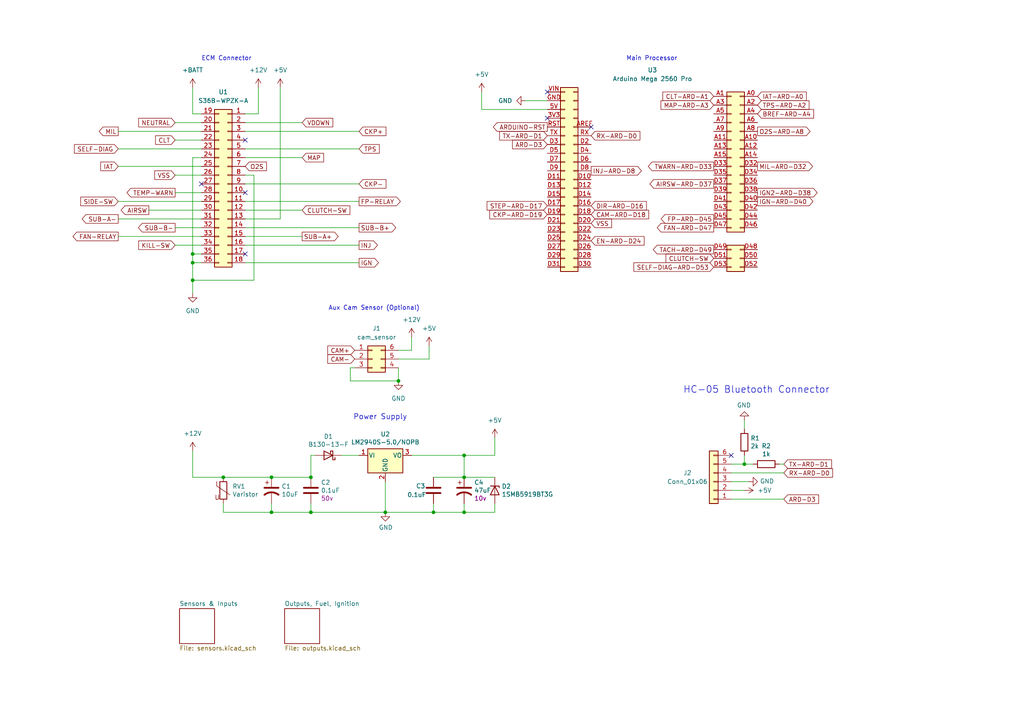
<source format=kicad_sch>
(kicad_sch (version 20211123) (generator eeschema)
  (paper "A4")
  (lib_symbols
    (symbol "Connector_Generic:Conn_01x06" (pin_names (offset 1.016) hide)
      (property "Reference" "J" (at 0 7.62 0))
      (property "Value" "Conn_01x06" (at 0 -10.16 0))
      (symbol "Conn_01x06_1_1"
        (rectangle (start -1.27 -7.493) (end 0 -7.747) (stroke (width 0.1524)))
        (rectangle (start -1.27 -4.953) (end 0 -5.207) (stroke (width 0.1524)))
        (rectangle (start -1.27 -2.413) (end 0 -2.667) (stroke (width 0.1524)))
        (rectangle (start -1.27 0.127) (end 0 -0.127) (stroke (width 0.1524)))
        (rectangle (start -1.27 2.667) (end 0 2.413) (stroke (width 0.1524)))
        (rectangle (start -1.27 5.207) (end 0 4.953) (stroke (width 0.1524)))
        (rectangle (start -1.27 6.35) (end 1.27 -8.89) (stroke (width 0.254)) (fill (type background)))
        (pin passive line (at -5.08 5.08 0) (length 3.81) (name "Pin_1") (number "1"))
        (pin passive line (at -5.08 2.54 0) (length 3.81) (name "Pin_2") (number "2"))
        (pin passive line (at -5.08 0 0) (length 3.81) (name "Pin_3") (number "3"))
        (pin passive line (at -5.08 -2.54 0) (length 3.81) (name "Pin_4") (number "4"))
        (pin passive line (at -5.08 -5.08 0) (length 3.81) (name "Pin_5") (number "5"))
        (pin passive line (at -5.08 -7.62 0) (length 3.81) (name "Pin_6") (number "6"))
      )
    )
    (symbol "Connector_Generic:Conn_02x03_Counter_Clockwise" (pin_names (offset 1.016) hide)
      (property "Reference" "J" (at 1.27 5.08 0))
      (property "Value" "Conn_02x03_Counter_Clockwise" (at 1.27 -5.08 0))
      (symbol "Conn_02x03_Counter_Clockwise_1_1"
        (rectangle (start -1.27 -2.413) (end 0 -2.667) (stroke (width 0.1524)))
        (rectangle (start -1.27 0.127) (end 0 -0.127) (stroke (width 0.1524)))
        (rectangle (start -1.27 2.667) (end 0 2.413) (stroke (width 0.1524)))
        (rectangle (start -1.27 3.81) (end 3.81 -3.81) (stroke (width 0.254)) (fill (type background)))
        (rectangle (start 3.81 -2.413) (end 2.54 -2.667) (stroke (width 0.1524)))
        (rectangle (start 3.81 0.127) (end 2.54 -0.127) (stroke (width 0.1524)))
        (rectangle (start 3.81 2.667) (end 2.54 2.413) (stroke (width 0.1524)))
        (pin passive line (at -5.08 2.54 0) (length 3.81) (name "Pin_1") (number "1"))
        (pin passive line (at -5.08 0 0) (length 3.81) (name "Pin_2") (number "2"))
        (pin passive line (at -5.08 -2.54 0) (length 3.81) (name "Pin_3") (number "3"))
        (pin passive line (at 7.62 -2.54 180) (length 3.81) (name "Pin_4") (number "4"))
        (pin passive line (at 7.62 0 180) (length 3.81) (name "Pin_5") (number "5"))
        (pin passive line (at 7.62 2.54 180) (length 3.81) (name "Pin_6") (number "6"))
      )
    )
    (symbol "Device:C" (pin_numbers hide) (pin_names (offset 0.254))
      (property "Reference" "C" (at 0.635 2.54 0))
      (property "Value" "C" (at 0.635 -2.54 0))
      (symbol "C_0_1"
        (polyline (pts (xy -2.032 -0.762) (xy 2.032 -0.762)) (stroke (width 0.508)))
        (polyline (pts (xy -2.032 0.762) (xy 2.032 0.762)) (stroke (width 0.508)))
      )
      (symbol "C_1_1"
        (pin passive line (at 0 3.81 270) (length 2.794) (name "~") (number "1"))
        (pin passive line (at 0 -3.81 90) (length 2.794) (name "~") (number "2"))
      )
    )
    (symbol "Device:CP1" (pin_numbers hide) (pin_names (offset 0.254) hide)
      (property "Reference" "C" (at 0.635 2.54 0))
      (property "Value" "Device_CP1" (at 0.635 -2.54 0))
      (symbol "CP1_0_1"
        (polyline (pts (xy -2.032 0.762) (xy 2.032 0.762)) (stroke (width 0.508)))
        (polyline (pts (xy -1.778 2.286) (xy -0.762 2.286)))
        (polyline (pts (xy -1.27 1.778) (xy -1.27 2.794)))
        (arc (start 2.032 -1.27) (mid 0 -0.5572) (end -2.032 -1.27) (stroke (width 0.508)))
      )
      (symbol "CP1_1_1"
        (pin passive line (at 0 3.81 270) (length 2.794) (name "~") (number "1"))
        (pin passive line (at 0 -3.81 90) (length 3.302) (name "~") (number "2"))
      )
    )
    (symbol "Device:D_Schottky" (pin_numbers hide) (pin_names (offset 1.016) hide)
      (property "Reference" "D" (at 0 2.54 0))
      (property "Value" "D_Schottky" (at 0 -2.54 0))
      (symbol "D_Schottky_0_1"
        (polyline (pts (xy 1.27 0) (xy -1.27 0)))
        (polyline (pts (xy 1.27 1.27) (xy 1.27 -1.27) (xy -1.27 0) (xy 1.27 1.27)) (stroke (width 0.254)))
        (polyline (pts (xy -1.905 0.635) (xy -1.905 1.27) (xy -1.27 1.27) (xy -1.27 -1.27) (xy -0.635 -1.27) (xy -0.635 -0.635)) (stroke (width 0.254)))
      )
      (symbol "D_Schottky_1_1"
        (pin passive line (at -3.81 0 0) (length 2.54) (name "K") (number "1"))
        (pin passive line (at 3.81 0 180) (length 2.54) (name "A") (number "2"))
      )
    )
    (symbol "Device:D_Zener" (pin_numbers hide) (pin_names (offset 1.016) hide)
      (property "Reference" "D" (at 0 2.54 0))
      (property "Value" "D_Zener" (at 0 -2.54 0))
      (symbol "D_Zener_0_1"
        (polyline (pts (xy 1.27 0) (xy -1.27 0)))
        (polyline (pts (xy -1.27 -1.27) (xy -1.27 1.27) (xy -0.762 1.27)) (stroke (width 0.254)))
        (polyline (pts (xy 1.27 -1.27) (xy 1.27 1.27) (xy -1.27 0) (xy 1.27 -1.27)) (stroke (width 0.254)))
      )
      (symbol "D_Zener_1_1"
        (pin passive line (at -3.81 0 0) (length 2.54) (name "K") (number "1"))
        (pin passive line (at 3.81 0 180) (length 2.54) (name "A") (number "2"))
      )
    )
    (symbol "Device:R" (pin_numbers hide) (pin_names (offset 0))
      (property "Reference" "R" (at 2.032 0 90))
      (property "Value" "R" (at 0 0 90))
      (symbol "R_0_1"
        (rectangle (start -1.016 -2.54) (end 1.016 2.54) (stroke (width 0.254)))
      )
      (symbol "R_1_1"
        (pin passive line (at 0 3.81 270) (length 1.27) (name "~") (number "1"))
        (pin passive line (at 0 -3.81 90) (length 1.27) (name "~") (number "2"))
      )
    )
    (symbol "Device:Varistor" (pin_numbers hide) (pin_names (offset 0))
      (property "Reference" "RV" (at 3.175 0 90))
      (property "Value" "Varistor" (at -3.175 0 90))
      (symbol "Varistor_0_0"
        (text "U" (at -1.778 -2.032 0) (effects (font (size 1.27 1.27))))
      )
      (symbol "Varistor_0_1"
        (rectangle (start -1.016 -2.54) (end 1.016 2.54) (stroke (width 0.254)))
        (polyline (pts (xy -1.905 2.54) (xy -1.905 1.27) (xy 1.905 -1.27)))
      )
      (symbol "Varistor_1_1"
        (pin passive line (at 0 3.81 270) (length 1.27) (name "~") (number "1"))
        (pin passive line (at 0 -3.81 90) (length 1.27) (name "~") (number "2"))
      )
    )
    (symbol "Regulator_Linear:LM2937xS" (pin_names (offset 0.254))
      (property "Reference" "U" (at -3.81 3.175 0))
      (property "Value" "LM2937xS" (at 0 3.175 0))
      (symbol "LM2937xS_0_1"
        (rectangle (start -5.08 -5.08) (end 5.08 1.905) (stroke (width 0.254)) (fill (type background)))
      )
      (symbol "LM2937xS_1_1"
        (pin power_in line (at -7.62 0 0) (length 2.54) (name "VI") (number "1"))
        (pin power_in line (at 0 -7.62 90) (length 2.54) (name "GND") (number "2"))
        (pin power_out line (at 7.62 0 180) (length 2.54) (name "VO") (number "3"))
      )
    )
    (symbol "mega_2560:S36B-WPZK-A"
      (property "Reference" "U" (at 16.51 49.53 0))
      (property "Value" "S36B-WPZK-A" (at 15.24 52.07 0))
      (symbol "S36B-WPZK-A_1_1"
        (rectangle (start 12.7 2.54) (end 17.78 48.26) (stroke (width 0.254)) (fill (type background)))
        (rectangle (start 13.97 3.683) (end 12.7 3.937) (stroke (width 0.1524)))
        (rectangle (start 13.97 6.223) (end 12.7 6.477) (stroke (width 0.1524)))
        (rectangle (start 13.97 8.763) (end 12.7 9.017) (stroke (width 0.1524)))
        (rectangle (start 13.97 11.303) (end 12.7 11.557) (stroke (width 0.1524)))
        (rectangle (start 13.97 13.843) (end 12.7 14.097) (stroke (width 0.1524)))
        (rectangle (start 13.97 16.383) (end 12.7 16.637) (stroke (width 0.1524)))
        (rectangle (start 13.97 18.923) (end 12.7 19.177) (stroke (width 0.1524)))
        (rectangle (start 13.97 21.463) (end 12.7 21.717) (stroke (width 0.1524)))
        (rectangle (start 13.97 24.003) (end 12.7 24.257) (stroke (width 0.1524)))
        (rectangle (start 13.97 26.543) (end 12.7 26.797) (stroke (width 0.1524)))
        (rectangle (start 13.97 29.083) (end 12.7 29.337) (stroke (width 0.1524)))
        (rectangle (start 13.97 31.623) (end 12.7 31.877) (stroke (width 0.1524)))
        (rectangle (start 13.97 34.163) (end 12.7 34.417) (stroke (width 0.1524)))
        (rectangle (start 13.97 36.703) (end 12.7 36.957) (stroke (width 0.1524)))
        (rectangle (start 13.97 39.243) (end 12.7 39.497) (stroke (width 0.1524)))
        (rectangle (start 13.97 41.783) (end 12.7 42.037) (stroke (width 0.1524)))
        (rectangle (start 13.97 44.323) (end 12.7 44.577) (stroke (width 0.1524)))
        (rectangle (start 13.97 46.863) (end 12.7 47.117) (stroke (width 0.1524)))
        (rectangle (start 16.51 3.683) (end 17.78 3.937) (stroke (width 0.1524)))
        (rectangle (start 16.51 6.223) (end 17.78 6.477) (stroke (width 0.1524)))
        (rectangle (start 16.51 8.763) (end 17.78 9.017) (stroke (width 0.1524)))
        (rectangle (start 16.51 11.303) (end 17.78 11.557) (stroke (width 0.1524)))
        (rectangle (start 16.51 13.843) (end 17.78 14.097) (stroke (width 0.1524)))
        (rectangle (start 16.51 16.383) (end 17.78 16.637) (stroke (width 0.1524)))
        (rectangle (start 16.51 18.923) (end 17.78 19.177) (stroke (width 0.1524)))
        (rectangle (start 16.51 21.463) (end 17.78 21.717) (stroke (width 0.1524)))
        (rectangle (start 16.51 24.003) (end 17.78 24.257) (stroke (width 0.1524)))
        (rectangle (start 16.51 26.543) (end 17.78 26.797) (stroke (width 0.1524)))
        (rectangle (start 16.51 29.083) (end 17.78 29.337) (stroke (width 0.1524)))
        (rectangle (start 16.51 31.623) (end 17.78 31.877) (stroke (width 0.1524)))
        (rectangle (start 16.51 34.163) (end 17.78 34.417) (stroke (width 0.1524)))
        (rectangle (start 16.51 36.703) (end 17.78 36.957) (stroke (width 0.1524)))
        (rectangle (start 16.51 39.243) (end 17.78 39.497) (stroke (width 0.1524)))
        (rectangle (start 16.51 41.783) (end 17.78 42.037) (stroke (width 0.1524)))
        (rectangle (start 16.51 44.323) (end 17.78 44.577) (stroke (width 0.1524)))
        (rectangle (start 16.51 46.863) (end 17.78 47.117) (stroke (width 0.1524)))
        (pin passive line (at 21.59 46.99 180) (length 3.81) (name "") (number "1"))
        (pin passive line (at 21.59 24.13 180) (length 3.81) (name "") (number "10"))
        (pin passive line (at 21.59 21.59 180) (length 3.81) (name "") (number "11"))
        (pin passive line (at 21.59 19.05 180) (length 3.81) (name "") (number "12"))
        (pin passive line (at 21.59 16.51 180) (length 3.81) (name "") (number "13"))
        (pin passive line (at 21.59 13.97 180) (length 3.81) (name "") (number "14"))
        (pin passive line (at 21.59 11.43 180) (length 3.81) (name "") (number "15"))
        (pin passive line (at 21.59 8.89 180) (length 3.81) (name "") (number "16"))
        (pin passive line (at 21.59 6.35 180) (length 3.81) (name "") (number "17"))
        (pin passive line (at 21.59 3.81 180) (length 3.81) (name "") (number "18"))
        (pin passive line (at 8.89 46.99 0) (length 3.81) (name "") (number "19"))
        (pin passive line (at 21.59 44.45 180) (length 3.81) (name "") (number "2"))
        (pin passive line (at 8.89 44.45 0) (length 3.81) (name "") (number "20"))
        (pin passive line (at 8.89 41.91 0) (length 3.81) (name "") (number "21"))
        (pin passive line (at 8.89 39.37 0) (length 3.81) (name "") (number "22"))
        (pin passive line (at 8.89 36.83 0) (length 3.81) (name "") (number "23"))
        (pin passive line (at 8.89 34.29 0) (length 3.81) (name "") (number "24"))
        (pin passive line (at 8.89 31.75 0) (length 3.81) (name "") (number "25"))
        (pin passive line (at 8.89 29.21 0) (length 3.81) (name "") (number "26"))
        (pin passive line (at 8.89 26.67 0) (length 3.81) (name "") (number "27"))
        (pin passive line (at 8.89 24.13 0) (length 3.81) (name "") (number "28"))
        (pin passive line (at 8.89 21.59 0) (length 3.81) (name "") (number "29"))
        (pin passive line (at 21.59 41.91 180) (length 3.81) (name "") (number "3"))
        (pin passive line (at 8.89 19.05 0) (length 3.81) (name "") (number "30"))
        (pin passive line (at 8.89 16.51 0) (length 3.81) (name "") (number "31"))
        (pin passive line (at 8.89 13.97 0) (length 3.81) (name "") (number "32"))
        (pin passive line (at 8.89 11.43 0) (length 3.81) (name "") (number "33"))
        (pin passive line (at 8.89 8.89 0) (length 3.81) (name "") (number "34"))
        (pin passive line (at 8.89 6.35 0) (length 3.81) (name "") (number "35"))
        (pin passive line (at 8.89 3.81 0) (length 3.81) (name "") (number "36"))
        (pin passive line (at 21.59 39.37 180) (length 3.81) (name "") (number "4"))
        (pin passive line (at 21.59 36.83 180) (length 3.81) (name "") (number "5"))
        (pin passive line (at 21.59 34.29 180) (length 3.81) (name "") (number "6"))
        (pin passive line (at 21.59 31.75 180) (length 3.81) (name "") (number "7"))
        (pin passive line (at 21.59 29.21 180) (length 3.81) (name "") (number "8"))
        (pin passive line (at 21.59 26.67 180) (length 3.81) (name "") (number "9"))
      )
    )
    (symbol "mega_2560:mega_2560_pro"
      (property "Reference" "U" (at 45.72 66.04 0))
      (property "Value" "mega_2560_pro" (at 46.99 62.23 0))
      (symbol "mega_2560_pro_1_1"
        (rectangle (start 20.32 7.747) (end 21.59 7.493) (stroke (width 0.1524)))
        (rectangle (start 20.32 10.287) (end 21.59 10.033) (stroke (width 0.1524)))
        (rectangle (start 20.32 12.827) (end 21.59 12.573) (stroke (width 0.1524)))
        (rectangle (start 20.32 15.367) (end 21.59 15.113) (stroke (width 0.1524)))
        (rectangle (start 20.32 17.907) (end 21.59 17.653) (stroke (width 0.1524)))
        (rectangle (start 20.32 20.447) (end 21.59 20.193) (stroke (width 0.1524)))
        (rectangle (start 20.32 22.987) (end 21.59 22.733) (stroke (width 0.1524)))
        (rectangle (start 20.32 25.527) (end 21.59 25.273) (stroke (width 0.1524)))
        (rectangle (start 20.32 28.067) (end 21.59 27.813) (stroke (width 0.1524)))
        (rectangle (start 20.32 30.607) (end 21.59 30.353) (stroke (width 0.1524)))
        (rectangle (start 20.32 33.147) (end 21.59 32.893) (stroke (width 0.1524)))
        (rectangle (start 20.32 35.687) (end 21.59 35.433) (stroke (width 0.1524)))
        (rectangle (start 20.32 38.227) (end 21.59 37.973) (stroke (width 0.1524)))
        (rectangle (start 20.32 40.767) (end 21.59 40.513) (stroke (width 0.1524)))
        (rectangle (start 20.32 43.307) (end 21.59 43.053) (stroke (width 0.1524)))
        (rectangle (start 20.32 45.847) (end 21.59 45.593) (stroke (width 0.1524)))
        (rectangle (start 20.32 48.387) (end 21.59 48.133) (stroke (width 0.1524)))
        (rectangle (start 20.32 50.927) (end 21.59 50.673) (stroke (width 0.1524)))
        (rectangle (start 20.32 53.467) (end 21.59 53.213) (stroke (width 0.1524)))
        (rectangle (start 20.32 56.007) (end 21.59 55.753) (stroke (width 0.1524)))
        (rectangle (start 20.32 58.547) (end 21.59 58.293) (stroke (width 0.1524)))
        (rectangle (start 20.32 59.69) (end 25.4 6.35) (stroke (width 0.254)) (fill (type background)))
        (rectangle (start 25.4 7.747) (end 24.13 7.493) (stroke (width 0.1524)))
        (rectangle (start 25.4 10.287) (end 24.13 10.033) (stroke (width 0.1524)))
        (rectangle (start 25.4 12.827) (end 24.13 12.573) (stroke (width 0.1524)))
        (rectangle (start 25.4 15.367) (end 24.13 15.113) (stroke (width 0.1524)))
        (rectangle (start 25.4 17.907) (end 24.13 17.653) (stroke (width 0.1524)))
        (rectangle (start 25.4 20.447) (end 24.13 20.193) (stroke (width 0.1524)))
        (rectangle (start 25.4 22.987) (end 24.13 22.733) (stroke (width 0.1524)))
        (rectangle (start 25.4 25.527) (end 24.13 25.273) (stroke (width 0.1524)))
        (rectangle (start 25.4 28.067) (end 24.13 27.813) (stroke (width 0.1524)))
        (rectangle (start 25.4 30.607) (end 24.13 30.353) (stroke (width 0.1524)))
        (rectangle (start 25.4 33.147) (end 24.13 32.893) (stroke (width 0.1524)))
        (rectangle (start 25.4 35.687) (end 24.13 35.433) (stroke (width 0.1524)))
        (rectangle (start 25.4 38.227) (end 24.13 37.973) (stroke (width 0.1524)))
        (rectangle (start 25.4 40.767) (end 24.13 40.513) (stroke (width 0.1524)))
        (rectangle (start 25.4 43.307) (end 24.13 43.053) (stroke (width 0.1524)))
        (rectangle (start 25.4 45.847) (end 24.13 45.593) (stroke (width 0.1524)))
        (rectangle (start 25.4 48.387) (end 24.13 48.133) (stroke (width 0.1524)))
        (rectangle (start 25.4 50.927) (end 24.13 50.673) (stroke (width 0.1524)))
        (rectangle (start 25.4 53.467) (end 24.13 53.213) (stroke (width 0.1524)))
        (rectangle (start 25.4 56.007) (end 24.13 55.753) (stroke (width 0.1524)))
        (rectangle (start 25.4 58.547) (end 24.13 58.293) (stroke (width 0.1524)))
        (rectangle (start 68.58 7.747) (end 69.85 7.493) (stroke (width 0.1524)))
        (rectangle (start 68.58 10.287) (end 69.85 10.033) (stroke (width 0.1524)))
        (rectangle (start 68.58 12.827) (end 69.85 12.573) (stroke (width 0.1524)))
        (rectangle (start 68.58 13.97) (end 73.66 6.35) (stroke (width 0.254)) (fill (type background)))
        (rectangle (start 68.58 19.177) (end 69.85 18.923) (stroke (width 0.1524)))
        (rectangle (start 68.58 21.717) (end 69.85 21.463) (stroke (width 0.1524)))
        (rectangle (start 68.58 24.257) (end 69.85 24.003) (stroke (width 0.1524)))
        (rectangle (start 68.58 26.797) (end 69.85 26.543) (stroke (width 0.1524)))
        (rectangle (start 68.58 29.337) (end 69.85 29.083) (stroke (width 0.1524)))
        (rectangle (start 68.58 31.877) (end 69.85 31.623) (stroke (width 0.1524)))
        (rectangle (start 68.58 34.417) (end 69.85 34.163) (stroke (width 0.1524)))
        (rectangle (start 68.58 36.957) (end 69.85 36.703) (stroke (width 0.1524)))
        (rectangle (start 68.58 39.497) (end 69.85 39.243) (stroke (width 0.1524)))
        (rectangle (start 68.58 42.037) (end 69.85 41.783) (stroke (width 0.1524)))
        (rectangle (start 68.58 44.577) (end 69.85 44.323) (stroke (width 0.1524)))
        (rectangle (start 68.58 47.117) (end 69.85 46.863) (stroke (width 0.1524)))
        (rectangle (start 68.58 49.657) (end 69.85 49.403) (stroke (width 0.1524)))
        (rectangle (start 68.58 52.197) (end 69.85 51.943) (stroke (width 0.1524)))
        (rectangle (start 68.58 54.737) (end 69.85 54.483) (stroke (width 0.1524)))
        (rectangle (start 68.58 57.277) (end 69.85 57.023) (stroke (width 0.1524)))
        (rectangle (start 68.58 58.42) (end 73.66 17.78) (stroke (width 0.254)) (fill (type background)))
        (rectangle (start 73.66 7.747) (end 72.39 7.493) (stroke (width 0.1524)))
        (rectangle (start 73.66 10.287) (end 72.39 10.033) (stroke (width 0.1524)))
        (rectangle (start 73.66 12.827) (end 72.39 12.573) (stroke (width 0.1524)))
        (rectangle (start 73.66 19.177) (end 72.39 18.923) (stroke (width 0.1524)))
        (rectangle (start 73.66 21.717) (end 72.39 21.463) (stroke (width 0.1524)))
        (rectangle (start 73.66 24.257) (end 72.39 24.003) (stroke (width 0.1524)))
        (rectangle (start 73.66 26.797) (end 72.39 26.543) (stroke (width 0.1524)))
        (rectangle (start 73.66 29.337) (end 72.39 29.083) (stroke (width 0.1524)))
        (rectangle (start 73.66 31.877) (end 72.39 31.623) (stroke (width 0.1524)))
        (rectangle (start 73.66 34.417) (end 72.39 34.163) (stroke (width 0.1524)))
        (rectangle (start 73.66 36.957) (end 72.39 36.703) (stroke (width 0.1524)))
        (rectangle (start 73.66 39.497) (end 72.39 39.243) (stroke (width 0.1524)))
        (rectangle (start 73.66 42.037) (end 72.39 41.783) (stroke (width 0.1524)))
        (rectangle (start 73.66 44.577) (end 72.39 44.323) (stroke (width 0.1524)))
        (rectangle (start 73.66 47.117) (end 72.39 46.863) (stroke (width 0.1524)))
        (rectangle (start 73.66 49.657) (end 72.39 49.403) (stroke (width 0.1524)))
        (rectangle (start 73.66 52.197) (end 72.39 51.943) (stroke (width 0.1524)))
        (rectangle (start 73.66 54.737) (end 72.39 54.483) (stroke (width 0.1524)))
        (rectangle (start 73.66 57.277) (end 72.39 57.023) (stroke (width 0.1524)))
        (pin passive line (at 16.51 50.8 0) (length 3.81) (name "") (number "3V3"))
        (pin passive line (at 16.51 53.34 0) (length 3.81) (name "") (number "5V"))
        (pin passive line (at 77.47 57.15 180) (length 3.81) (name "") (number "A0"))
        (pin passive line (at 64.77 57.15 0) (length 3.81) (name "") (number "A1"))
        (pin passive line (at 77.47 44.45 180) (length 3.81) (name "") (number "A10"))
        (pin passive line (at 64.77 44.45 0) (length 3.81) (name "") (number "A11"))
        (pin passive line (at 77.47 41.91 180) (length 3.81) (name "") (number "A12"))
        (pin passive line (at 64.77 41.91 0) (length 3.81) (name "") (number "A13"))
        (pin passive line (at 77.47 39.37 180) (length 3.81) (name "") (number "A14"))
        (pin passive line (at 64.77 39.37 0) (length 3.81) (name "") (number "A15"))
        (pin passive line (at 77.47 54.61 180) (length 3.81) (name "") (number "A2"))
        (pin passive line (at 64.77 54.61 0) (length 3.81) (name "") (number "A3"))
        (pin passive line (at 77.47 52.07 180) (length 3.81) (name "") (number "A4"))
        (pin passive line (at 64.77 52.07 0) (length 3.81) (name "") (number "A5"))
        (pin passive line (at 77.47 49.53 180) (length 3.81) (name "") (number "A6"))
        (pin passive line (at 64.77 49.53 0) (length 3.81) (name "") (number "A7"))
        (pin passive line (at 77.47 46.99 180) (length 3.81) (name "") (number "A8"))
        (pin passive line (at 64.77 46.99 0) (length 3.81) (name "") (number "A9"))
        (pin passive line (at 29.21 48.26 180) (length 3.81) (name "") (number "AREF"))
        (pin passive line (at 29.21 33.02 180) (length 3.81) (name "") (number "D10"))
        (pin passive line (at 16.51 33.02 0) (length 3.81) (name "") (number "D11"))
        (pin passive line (at 29.21 30.48 180) (length 3.81) (name "") (number "D12"))
        (pin passive line (at 16.51 30.48 0) (length 3.81) (name "") (number "D13"))
        (pin passive line (at 29.21 27.94 180) (length 3.81) (name "") (number "D14"))
        (pin passive line (at 16.51 27.94 0) (length 3.81) (name "") (number "D15"))
        (pin passive line (at 29.21 25.4 180) (length 3.81) (name "") (number "D16"))
        (pin passive line (at 16.51 25.4 0) (length 3.81) (name "") (number "D17"))
        (pin passive line (at 29.21 22.86 180) (length 3.81) (name "") (number "D18"))
        (pin passive line (at 16.51 22.86 0) (length 3.81) (name "") (number "D19"))
        (pin passive line (at 29.21 43.18 180) (length 3.81) (name "") (number "D2"))
        (pin passive line (at 29.21 20.32 180) (length 3.81) (name "") (number "D20"))
        (pin passive line (at 16.51 20.32 0) (length 3.81) (name "") (number "D21"))
        (pin passive line (at 29.21 17.78 180) (length 3.81) (name "") (number "D22"))
        (pin passive line (at 16.51 17.78 0) (length 3.81) (name "") (number "D23"))
        (pin passive line (at 29.21 15.24 180) (length 3.81) (name "") (number "D24"))
        (pin passive line (at 16.51 15.24 0) (length 3.81) (name "") (number "D25"))
        (pin passive line (at 29.21 12.7 180) (length 3.81) (name "") (number "D26"))
        (pin passive line (at 16.51 12.7 0) (length 3.81) (name "") (number "D27"))
        (pin passive line (at 29.21 10.16 180) (length 3.81) (name "") (number "D28"))
        (pin passive line (at 16.51 10.16 0) (length 3.81) (name "") (number "D29"))
        (pin passive line (at 16.51 43.18 0) (length 3.81) (name "") (number "D3"))
        (pin passive line (at 29.21 7.62 180) (length 3.81) (name "") (number "D30"))
        (pin passive line (at 16.51 7.62 0) (length 3.81) (name "") (number "D31"))
        (pin passive line (at 77.47 36.83 180) (length 3.81) (name "") (number "D32"))
        (pin passive line (at 64.77 36.83 0) (length 3.81) (name "") (number "D33"))
        (pin passive line (at 77.47 34.29 180) (length 3.81) (name "") (number "D34"))
        (pin passive line (at 64.77 34.29 0) (length 3.81) (name "") (number "D35"))
        (pin passive line (at 77.47 31.75 180) (length 3.81) (name "") (number "D36"))
        (pin passive line (at 64.77 31.75 0) (length 3.81) (name "") (number "D37"))
        (pin passive line (at 77.47 29.21 180) (length 3.81) (name "") (number "D38"))
        (pin passive line (at 64.77 29.21 0) (length 3.81) (name "") (number "D39"))
        (pin passive line (at 29.21 40.64 180) (length 3.81) (name "") (number "D4"))
        (pin passive line (at 77.47 26.67 180) (length 3.81) (name "") (number "D40"))
        (pin passive line (at 64.77 26.67 0) (length 3.81) (name "") (number "D41"))
        (pin passive line (at 77.47 24.13 180) (length 3.81) (name "") (number "D42"))
        (pin passive line (at 64.77 24.13 0) (length 3.81) (name "") (number "D43"))
        (pin passive line (at 77.47 21.59 180) (length 3.81) (name "") (number "D44"))
        (pin passive line (at 64.77 21.59 0) (length 3.81) (name "") (number "D45"))
        (pin passive line (at 77.47 19.05 180) (length 3.81) (name "") (number "D46"))
        (pin passive line (at 64.77 19.05 0) (length 3.81) (name "") (number "D47"))
        (pin passive line (at 77.47 12.7 180) (length 3.81) (name "") (number "D48"))
        (pin passive line (at 64.77 12.7 0) (length 3.81) (name "") (number "D49"))
        (pin passive line (at 16.51 40.64 0) (length 3.81) (name "") (number "D5"))
        (pin passive line (at 77.47 10.16 180) (length 3.81) (name "") (number "D50"))
        (pin passive line (at 64.77 10.16 0) (length 3.81) (name "") (number "D51"))
        (pin passive line (at 77.47 7.62 180) (length 3.81) (name "") (number "D52"))
        (pin passive line (at 64.77 7.62 0) (length 3.81) (name "") (number "D53"))
        (pin passive line (at 29.21 38.1 180) (length 3.81) (name "") (number "D6"))
        (pin passive line (at 16.51 38.1 0) (length 3.81) (name "") (number "D7"))
        (pin passive line (at 29.21 35.56 180) (length 3.81) (name "") (number "D8"))
        (pin passive line (at 16.51 35.56 0) (length 3.81) (name "") (number "D9"))
        (pin passive line (at 16.51 55.88 0) (length 3.81) (name "") (number "GND"))
        (pin passive line (at 16.51 48.26 0) (length 3.81) (name "") (number "RST"))
        (pin passive line (at 29.21 45.72 180) (length 3.81) (name "") (number "RX"))
        (pin passive line (at 16.51 45.72 0) (length 3.81) (name "") (number "TX"))
        (pin passive line (at 16.51 58.42 0) (length 3.81) (name "") (number "VIN"))
      )
    )
    (symbol "power:+12V" (power) (pin_names (offset 0))
      (property "Value" "+12V" (at 0 3.556 0))
      (symbol "+12V_0_1"
        (polyline (pts (xy -0.762 1.27) (xy 0 2.54)))
        (polyline (pts (xy 0 0) (xy 0 2.54)))
        (polyline (pts (xy 0 2.54) (xy 0.762 1.27)))
      )
      (symbol "+12V_1_1"
        (pin power_in line (at 0 0 90) (length 0) hide (name "+12V") (number "1"))
      )
    )
    (symbol "power:+5V" (power) (pin_names (offset 0))
      (property "Value" "+5V" (at 0 3.556 0))
      (symbol "+5V_0_1"
        (polyline (pts (xy -0.762 1.27) (xy 0 2.54)))
        (polyline (pts (xy 0 0) (xy 0 2.54)))
        (polyline (pts (xy 0 2.54) (xy 0.762 1.27)))
      )
      (symbol "+5V_1_1"
        (pin power_in line (at 0 0 90) (length 0) hide (name "+5V") (number "1"))
      )
    )
    (symbol "power:+BATT" (power) (pin_names (offset 0))
      (property "Value" "+BATT" (at 0 3.556 0))
      (symbol "+BATT_0_1"
        (polyline (pts (xy -0.762 1.27) (xy 0 2.54)))
        (polyline (pts (xy 0 0) (xy 0 2.54)))
        (polyline (pts (xy 0 2.54) (xy 0.762 1.27)))
      )
      (symbol "+BATT_1_1"
        (pin power_in line (at 0 0 90) (length 0) hide (name "+BATT") (number "1"))
      )
    )
    (symbol "power:GND" (power) (pin_names (offset 0))
      (property "Value" "GND" (at 0 -3.81 0))
      (symbol "GND_0_1"
        (polyline (pts (xy 0 0) (xy 0 -1.27) (xy 1.27 -1.27) (xy 0 -2.54) (xy -1.27 -1.27) (xy 0 -1.27)))
      )
      (symbol "GND_1_1"
        (pin power_in line (at 0 0 270) (length 0) hide (name "GND") (number "1"))
      )
    )
  )
  (junction (at 78.74 138.43))
  (junction (at 215.9 134.62))
  (junction (at 78.74 148.59))
  (junction (at 55.88 76.2))
  (junction (at 90.17 138.43))
  (junction (at 134.62 148.59))
  (junction (at 90.17 148.59))
  (junction (at 55.88 81.28))
  (junction (at 55.88 73.66))
  (junction (at 134.62 138.43))
  (junction (at 111.76 148.59))
  (junction (at 64.77 138.43))
  (junction (at 134.62 132.08))
  (junction (at 115.57 110.49))
  (junction (at 125.73 148.59))
  (no_connect (at 71.12 55.88))
  (no_connect (at 71.12 73.66))
  (no_connect (at 212.09 132.08))
  (no_connect (at 171.45 36.83))
  (no_connect (at 158.75 26.67))
  (no_connect (at 158.75 34.29))
  (no_connect (at 58.42 53.34))
  (no_connect (at 71.12 40.64))
  (wire (pts (xy 90.17 146.05) (xy 90.17 148.59)))
  (wire (pts (xy 34.29 58.42) (xy 58.42 58.42)))
  (wire (pts (xy 101.6 110.49) (xy 115.57 110.49)))
  (wire (pts (xy 34.29 63.5) (xy 58.42 63.5)))
  (wire (pts (xy 90.17 148.59) (xy 111.76 148.59)))
  (wire (pts (xy 71.12 38.1) (xy 104.14 38.1)))
  (wire (pts (xy 71.12 33.02) (xy 74.93 33.02)))
  (wire (pts (xy 227.33 137.16) (xy 212.09 137.16)))
  (wire (pts (xy 50.8 66.04) (xy 58.42 66.04)))
  (wire (pts (xy 115.57 106.68) (xy 115.57 110.49)))
  (wire (pts (xy 81.28 25.4) (xy 81.28 63.5)))
  (wire (pts (xy 34.29 43.18) (xy 58.42 43.18)))
  (wire (pts (xy 134.62 132.08) (xy 134.62 138.43)))
  (wire (pts (xy 125.73 146.05) (xy 125.73 148.59)))
  (wire (pts (xy 152.4 29.21) (xy 158.75 29.21)))
  (wire (pts (xy 71.12 60.96) (xy 87.63 60.96)))
  (wire (pts (xy 226.06 134.62) (xy 227.33 134.62)))
  (wire (pts (xy 115.57 101.6) (xy 119.38 101.6)))
  (wire (pts (xy 78.74 148.59) (xy 90.17 148.59)))
  (wire (pts (xy 217.17 139.7) (xy 212.09 139.7)))
  (wire (pts (xy 55.88 130.81) (xy 55.88 138.43)))
  (wire (pts (xy 143.51 146.05) (xy 143.51 148.59)))
  (wire (pts (xy 34.29 68.58) (xy 58.42 68.58)))
  (wire (pts (xy 71.12 50.8) (xy 73.66 50.8)))
  (wire (pts (xy 101.6 106.68) (xy 101.6 110.49)))
  (wire (pts (xy 78.74 146.05) (xy 78.74 148.59)))
  (wire (pts (xy 134.62 146.05) (xy 134.62 148.59)))
  (wire (pts (xy 139.7 31.75) (xy 158.75 31.75)))
  (wire (pts (xy 71.12 35.56) (xy 87.63 35.56)))
  (wire (pts (xy 81.28 63.5) (xy 71.12 63.5)))
  (wire (pts (xy 215.9 132.08) (xy 215.9 134.62)))
  (wire (pts (xy 90.17 138.43) (xy 90.17 132.08)))
  (wire (pts (xy 71.12 66.04) (xy 104.14 66.04)))
  (wire (pts (xy 55.88 33.02) (xy 55.88 25.4)))
  (wire (pts (xy 143.51 132.08) (xy 143.51 127)))
  (wire (pts (xy 58.42 45.72) (xy 55.88 45.72)))
  (wire (pts (xy 215.9 134.62) (xy 218.44 134.62)))
  (wire (pts (xy 55.88 45.72) (xy 55.88 73.66)))
  (wire (pts (xy 55.88 81.28) (xy 55.88 76.2)))
  (wire (pts (xy 64.77 148.59) (xy 78.74 148.59)))
  (wire (pts (xy 111.76 139.7) (xy 111.76 148.59)))
  (wire (pts (xy 58.42 73.66) (xy 55.88 73.66)))
  (wire (pts (xy 119.38 132.08) (xy 134.62 132.08)))
  (wire (pts (xy 215.9 142.24) (xy 212.09 142.24)))
  (wire (pts (xy 50.8 71.12) (xy 58.42 71.12)))
  (wire (pts (xy 71.12 71.12) (xy 104.14 71.12)))
  (wire (pts (xy 139.7 26.67) (xy 139.7 31.75)))
  (wire (pts (xy 71.12 53.34) (xy 104.14 53.34)))
  (wire (pts (xy 74.93 33.02) (xy 74.93 25.4)))
  (wire (pts (xy 55.88 81.28) (xy 73.66 81.28)))
  (wire (pts (xy 134.62 148.59) (xy 125.73 148.59)))
  (wire (pts (xy 73.66 50.8) (xy 73.66 81.28)))
  (wire (pts (xy 143.51 148.59) (xy 134.62 148.59)))
  (wire (pts (xy 55.88 85.09) (xy 55.88 81.28)))
  (wire (pts (xy 50.8 35.56) (xy 58.42 35.56)))
  (wire (pts (xy 64.77 138.43) (xy 78.74 138.43)))
  (wire (pts (xy 34.29 48.26) (xy 58.42 48.26)))
  (wire (pts (xy 58.42 33.02) (xy 55.88 33.02)))
  (wire (pts (xy 71.12 58.42) (xy 104.14 58.42)))
  (wire (pts (xy 215.9 121.92) (xy 215.9 124.46)))
  (wire (pts (xy 125.73 148.59) (xy 111.76 148.59)))
  (wire (pts (xy 55.88 73.66) (xy 55.88 76.2)))
  (wire (pts (xy 212.09 134.62) (xy 215.9 134.62)))
  (wire (pts (xy 78.74 138.43) (xy 90.17 138.43)))
  (wire (pts (xy 124.46 100.33) (xy 124.46 104.14)))
  (wire (pts (xy 71.12 45.72) (xy 87.63 45.72)))
  (wire (pts (xy 50.8 55.88) (xy 58.42 55.88)))
  (wire (pts (xy 143.51 138.43) (xy 134.62 138.43)))
  (wire (pts (xy 64.77 146.05) (xy 64.77 148.59)))
  (wire (pts (xy 134.62 132.08) (xy 143.51 132.08)))
  (wire (pts (xy 34.29 38.1) (xy 58.42 38.1)))
  (wire (pts (xy 50.8 50.8) (xy 58.42 50.8)))
  (wire (pts (xy 99.06 132.08) (xy 104.14 132.08)))
  (wire (pts (xy 50.8 40.64) (xy 58.42 40.64)))
  (wire (pts (xy 71.12 43.18) (xy 104.14 43.18)))
  (wire (pts (xy 125.73 138.43) (xy 134.62 138.43)))
  (wire (pts (xy 101.6 106.68) (xy 102.87 106.68)))
  (wire (pts (xy 119.38 101.6) (xy 119.38 97.79)))
  (wire (pts (xy 71.12 68.58) (xy 87.63 68.58)))
  (wire (pts (xy 43.18 60.96) (xy 58.42 60.96)))
  (wire (pts (xy 124.46 104.14) (xy 115.57 104.14)))
  (wire (pts (xy 55.88 138.43) (xy 64.77 138.43)))
  (wire (pts (xy 55.88 76.2) (xy 58.42 76.2)))
  (wire (pts (xy 71.12 76.2) (xy 104.14 76.2)))
  (wire (pts (xy 90.17 132.08) (xy 91.44 132.08)))
  (wire (pts (xy 212.09 144.78) (xy 227.33 144.78)))
  (text "Aux Cam Sensor (Optional)\n" (at 95.25 90.17 0) (effects (font (size 1.27 1.27)) (justify left bottom)))
  (text "HC-05 Bluetooth Connector" (at 198.12 114.3 0) (effects (font (size 1.9812 1.9812)) (justify left bottom)))
  (text "ECM Connector" (at 58.42 17.78 0) (effects (font (size 1.27 1.27)) (justify left bottom)))
  (text "Main Processor" (at 181.61 17.78 0) (effects (font (size 1.27 1.27)) (justify left bottom)))
  (text "Power Supply" (at 118.11 121.92 180) (effects (font (size 1.524 1.524)) (justify right bottom)))
  (global_label "SUB-B+" (shape output) (at 104.14 66.04 0) (property "Intersheet References" "${INTERSHEET_REFS}" (effects hide)))
  (global_label "SELF-DIAG" (shape input) (at 34.29 43.18 180) (property "Intersheet References" "${INTERSHEET_REFS}" (effects hide)))
  (global_label "VDOWN" (shape input) (at 87.63 35.56 0) (property "Intersheet References" "${INTERSHEET_REFS}" (effects hide)))
  (global_label "INJ-ARD-D8" (shape output) (at 171.45 49.53 0) (property "Intersheet References" "${INTERSHEET_REFS}" (effects hide)))
  (global_label "FP-ARD-D45" (shape output) (at 207.01 63.5 180) (property "Intersheet References" "${INTERSHEET_REFS}" (effects hide)))
  (global_label "TWARN-ARD-D33" (shape output) (at 207.01 48.26 180) (property "Intersheet References" "${INTERSHEET_REFS}" (effects hide)))
  (global_label "BREF-ARD-A4" (shape input) (at 219.71 33.02 0) (property "Intersheet References" "${INTERSHEET_REFS}" (effects hide)))
  (global_label "CKP-ARD-D19" (shape input) (at 158.75 62.23 180) (property "Intersheet References" "${INTERSHEET_REFS}" (effects hide)))
  (global_label "O2S" (shape input) (at 71.12 48.26 0) (property "Intersheet References" "${INTERSHEET_REFS}" (effects hide)))
  (global_label "CKP-" (shape input) (at 104.14 53.34 0) (property "Intersheet References" "${INTERSHEET_REFS}" (effects hide)))
  (global_label "SELF-DIAG-ARD-D53" (shape input) (at 207.01 77.47 180) (property "Intersheet References" "${INTERSHEET_REFS}" (effects hide)))
  (global_label "TEMP-WARN" (shape output) (at 50.8 55.88 180) (property "Intersheet References" "${INTERSHEET_REFS}" (effects hide)))
  (global_label "EN-ARD-D24" (shape input) (at 171.45 69.85 0) (property "Intersheet References" "${INTERSHEET_REFS}" (effects hide)))
  (global_label "O2S-ARD-A8" (shape output) (at 219.71 38.1 0) (property "Intersheet References" "${INTERSHEET_REFS}" (effects hide)))
  (global_label "NEUTRAL" (shape input) (at 50.8 35.56 180) (property "Intersheet References" "${INTERSHEET_REFS}" (effects hide)))
  (global_label "RX-ARD-D0" (shape input) (at 227.33 137.16 0) (property "Intersheet References" "${INTERSHEET_REFS}" (effects hide)))
  (global_label "ARD-D3" (shape input) (at 227.33 144.78 0) (property "Intersheet References" "${INTERSHEET_REFS}" (effects hide)))
  (global_label "SIDE-SW" (shape input) (at 34.29 58.42 180) (property "Intersheet References" "${INTERSHEET_REFS}" (effects hide)))
  (global_label "SUB-B-" (shape output) (at 50.8 66.04 180) (property "Intersheet References" "${INTERSHEET_REFS}" (effects hide)))
  (global_label "MIL-ARD-D32" (shape output) (at 219.71 48.26 0) (property "Intersheet References" "${INTERSHEET_REFS}" (effects hide)))
  (global_label "CAM+" (shape input) (at 102.87 101.6 180) (property "Intersheet References" "${INTERSHEET_REFS}" (effects hide)))
  (global_label "SUB-A-" (shape output) (at 34.29 63.5 180) (property "Intersheet References" "${INTERSHEET_REFS}" (effects hide)))
  (global_label "DIR-ARD-D16" (shape input) (at 171.45 59.69 0) (property "Intersheet References" "${INTERSHEET_REFS}" (effects hide)))
  (global_label "KILL-SW" (shape input) (at 50.8 71.12 180) (property "Intersheet References" "${INTERSHEET_REFS}" (effects hide)))
  (global_label "CAM-" (shape input) (at 102.87 104.14 180) (property "Intersheet References" "${INTERSHEET_REFS}" (effects hide)))
  (global_label "CLUTCH-SW" (shape input) (at 87.63 60.96 0) (property "Intersheet References" "${INTERSHEET_REFS}" (effects hide)))
  (global_label "MAP-ARD-A3" (shape input) (at 207.01 30.48 180) (property "Intersheet References" "${INTERSHEET_REFS}" (effects hide)))
  (global_label "AIRSW" (shape output) (at 43.18 60.96 180) (property "Intersheet References" "${INTERSHEET_REFS}" (effects hide)))
  (global_label "MAP" (shape input) (at 87.63 45.72 0) (property "Intersheet References" "${INTERSHEET_REFS}" (effects hide)))
  (global_label "CLT-ARD-A1" (shape input) (at 207.01 27.94 180) (property "Intersheet References" "${INTERSHEET_REFS}" (effects hide)))
  (global_label "INJ" (shape output) (at 104.14 71.12 0) (property "Intersheet References" "${INTERSHEET_REFS}" (effects hide)))
  (global_label "IGN" (shape output) (at 104.14 76.2 0) (property "Intersheet References" "${INTERSHEET_REFS}" (effects hide)))
  (global_label "RX-ARD-D0" (shape input) (at 171.45 39.37 0) (property "Intersheet References" "${INTERSHEET_REFS}" (effects hide)))
  (global_label "ARDUINO-RST" (shape output) (at 158.75 36.83 180) (property "Intersheet References" "${INTERSHEET_REFS}" (effects hide)))
  (global_label "FAN-ARD-D47" (shape output) (at 207.01 66.04 180) (property "Intersheet References" "${INTERSHEET_REFS}" (effects hide)))
  (global_label "TPS-ARD-A2" (shape input) (at 219.71 30.48 0) (property "Intersheet References" "${INTERSHEET_REFS}" (effects hide)))
  (global_label "TX-ARD-D1" (shape input) (at 158.75 39.37 180) (property "Intersheet References" "${INTERSHEET_REFS}" (effects hide)))
  (global_label "MIL" (shape output) (at 34.29 38.1 180) (property "Intersheet References" "${INTERSHEET_REFS}" (effects hide)))
  (global_label "SUB-A+" (shape output) (at 87.63 68.58 0) (property "Intersheet References" "${INTERSHEET_REFS}" (effects hide)))
  (global_label "FP-RELAY" (shape output) (at 104.14 58.42 0) (property "Intersheet References" "${INTERSHEET_REFS}" (effects hide)))
  (global_label "IGN-ARD-D40" (shape output) (at 219.71 58.42 0) (property "Intersheet References" "${INTERSHEET_REFS}" (effects hide)))
  (global_label "CLT" (shape input) (at 50.8 40.64 180) (property "Intersheet References" "${INTERSHEET_REFS}" (effects hide)))
  (global_label "IAT" (shape input) (at 34.29 48.26 180) (property "Intersheet References" "${INTERSHEET_REFS}" (effects hide)))
  (global_label "TPS" (shape input) (at 104.14 43.18 0) (property "Intersheet References" "${INTERSHEET_REFS}" (effects hide)))
  (global_label "VSS" (shape input) (at 50.8 50.8 180) (property "Intersheet References" "${INTERSHEET_REFS}" (effects hide)))
  (global_label "TACH-ARD-D49" (shape output) (at 207.01 72.39 180) (property "Intersheet References" "${INTERSHEET_REFS}" (effects hide)))
  (global_label "IGN2-ARD-D38" (shape output) (at 219.71 55.88 0) (property "Intersheet References" "${INTERSHEET_REFS}" (effects hide)))
  (global_label "ARD-D3" (shape input) (at 158.75 41.91 180) (property "Intersheet References" "${INTERSHEET_REFS}" (effects hide)))
  (global_label "TX-ARD-D1" (shape input) (at 227.33 134.62 0) (property "Intersheet References" "${INTERSHEET_REFS}" (effects hide)))
  (global_label "STEP-ARD-D17" (shape input) (at 158.75 59.69 180) (property "Intersheet References" "${INTERSHEET_REFS}" (effects hide)))
  (global_label "CAM-ARD-D18" (shape input) (at 171.45 62.23 0) (property "Intersheet References" "${INTERSHEET_REFS}" (effects hide)))
  (global_label "CKP+" (shape input) (at 104.14 38.1 0) (property "Intersheet References" "${INTERSHEET_REFS}" (effects hide)))
  (global_label "FAN-RELAY" (shape output) (at 34.29 68.58 180) (property "Intersheet References" "${INTERSHEET_REFS}" (effects hide)))
  (global_label "VSS" (shape input) (at 171.45 64.77 0) (property "Intersheet References" "${INTERSHEET_REFS}" (effects hide)))
  (global_label "CLUTCH-SW" (shape input) (at 207.01 74.93 180) (property "Intersheet References" "${INTERSHEET_REFS}" (effects hide)))
  (global_label "AIRSW-ARD-D37" (shape output) (at 207.01 53.34 180) (property "Intersheet References" "${INTERSHEET_REFS}" (effects hide)))
  (global_label "IAT-ARD-A0" (shape input) (at 219.71 27.94 0) (property "Intersheet References" "${INTERSHEET_REFS}" (effects hide)))
  (symbol (lib_id "power:+5V") (at 81.28 25.4 0) (unit 1)
    (property "Reference" "#PWR05" (effects hide))
    (property "Value" "+5V" (at 81.28 20.32 0))
  )
  (symbol (lib_id "power:GND") (at 111.76 148.59 0) (unit 1)
    (property "Reference" "#PWR06" (effects hide))
    (property "Value" "GND" (at 111.887 152.9842 0))
  )
  (symbol (lib_id "power:+12V") (at 74.93 25.4 0) (unit 1)
    (property "Reference" "#PWR04" (effects hide))
    (property "Value" "+12V" (at 74.93 20.32 0))
  )
  (symbol (lib_id "Device:D_Zener") (at 143.51 142.24 270) (unit 1)
    (property "Reference" "D2" (at 145.5166 141.0716 90) (effects (justify left)))
    (property "Value" "1SMB5919BT3G" (at 145.5166 143.383 90) (effects (justify left)))
    (property "Footprint" "Diode_SMD:D_SMB" (effects hide))
    (property "Digikey Part Number" "1SMB5919BT3GOSCT-ND " (effects hide))
    (property "Manufacturer_Name" "On Semi" (effects hide))
    (property "Manufacturer_Part_Number" "1SMB5919BT3G" (effects hide))
    (property "URL" "https://www.digikey.com.au/product-detail/en/on-semiconductor/1SMB5919BT3G/1SMB5919BT3GOSCT-ND/917722" (effects hide))
  )
  (symbol (lib_id "power:+12V") (at 119.38 97.79 0) (unit 1)
    (property "Reference" "#PWR050" (effects hide))
    (property "Value" "+12V" (at 119.38 92.71 0))
  )
  (symbol (lib_id "Device:CP1") (at 134.62 142.24 0) (unit 1)
    (property "Reference" "C4" (at 137.541 139.9286 0) (effects (justify left)))
    (property "Value" "47uF" (at 137.541 142.24 0) (effects (justify left)))
    (property "Footprint" "Capacitor_Tantalum_SMD:CP_EIA-3528-21_Kemet-B" (effects hide))
    (property "Voltage" "10v" (at 137.541 144.5514 0) (effects (justify left)))
    (property "Digikey Part Number" "478-1692-1-ND" (effects hide))
    (property "Manufacturer_Name" "AVX" (effects hide))
    (property "Manufacturer_Part_Number" "TAJB476K006RNJ" (effects hide))
    (property "URL" "https://www.digikey.com/product-detail/en/avx-corporation/TAJB476K006RNJ/478-1692-1-ND/564724" (effects hide))
  )
  (symbol (lib_id "Connector_Generic:Conn_01x06") (at 207.01 139.7 180) (unit 1)
    (property "Reference" "J2" (at 199.39 137.16 0))
    (property "Value" "Conn_01x06" (at 199.39 139.7 0))
    (property "Footprint" "Connector_PinHeader_2.54mm:PinHeader_1x06_P2.54mm_Vertical" (effects hide))
  )
  (symbol (lib_id "power:GND") (at 215.9 121.92 180) (unit 1)
    (property "Reference" "#PWR010" (effects hide))
    (property "Value" "GND" (at 215.773 117.5258 0))
  )
  (symbol (lib_id "Device:C") (at 90.17 142.24 0) (unit 1)
    (property "Reference" "C2" (at 93.091 139.9286 0) (effects (justify left)))
    (property "Value" "0.1uF" (at 93.091 142.24 0) (effects (justify left)))
    (property "Footprint" "Capacitor_SMD:C_0805_2012Metric" (effects hide))
    (property "Voltage" "50v" (at 93.091 144.5514 0) (effects (justify left)))
    (property "Digikey Part Number" "311-1140-1-ND" (effects hide))
    (property "Manufacturer_Name" "Yageo" (effects hide))
    (property "Manufacturer_Part_Number" "CC0805KRX7R9BB104" (effects hide))
    (property "URL" "https://www.digikey.com.au/product-detail/en/yageo/CC0805KRX7R9BB104/311-1140-1-ND/303050" (effects hide))
  )
  (symbol (lib_id "Device:R") (at 222.25 134.62 270) (unit 1)
    (property "Reference" "R2" (at 222.25 129.3622 90))
    (property "Value" "1k" (at 222.25 131.6736 90))
    (property "Footprint" "Resistor_SMD:R_0805_2012Metric" (effects hide))
    (property "Digikey Part Number" "311-1.00KCRCT-ND" (effects hide))
    (property "Manufacturer_Name" "Yageo" (effects hide))
    (property "Manufacturer_Part_Number" "RC0805FR-071KL" (effects hide))
    (property "URL" "https://www.digikey.com/product-detail/en/yageo/RC0805FR-071KL/311-1.00KCRCT-ND/730391" (effects hide))
  )
  (symbol (lib_id "power:+5V") (at 139.7 26.67 0) (unit 1)
    (property "Reference" "#PWR07" (effects hide))
    (property "Value" "+5V" (at 139.7 21.59 0))
  )
  (symbol (lib_id "power:+BATT") (at 55.88 25.4 0) (unit 1)
    (property "Reference" "#PWR01" (effects hide))
    (property "Value" "+BATT" (at 55.88 20.32 0))
  )
  (symbol (lib_id "power:GND") (at 217.17 139.7 90) (unit 1)
    (property "Reference" "#PWR012" (effects hide))
    (property "Value" "GND" (at 220.4212 139.573 90) (effects (justify right)))
  )
  (symbol (lib_id "Connector_Generic:Conn_02x03_Counter_Clockwise") (at 107.95 104.14 0) (unit 1)
    (property "Reference" "J1" (at 109.22 95.25 0))
    (property "Value" "cam_sensor" (at 109.22 97.79 0))
    (property "Footprint" "Connector_PinHeader_2.54mm:PinHeader_2x03_P2.54mm_Vertical" (effects hide))
  )
  (symbol (lib_id "Device:CP1") (at 78.74 142.24 0) (unit 1)
    (property "Reference" "C1" (at 81.661 141.0716 0) (effects (justify left)))
    (property "Value" "10uF" (at 81.661 143.383 0) (effects (justify left)))
    (property "Footprint" "Capacitor_Tantalum_SMD:CP_EIA-7343-31_Kemet-D" (effects hide))
    (property "Voltage" "35v" (effects hide))
    (property "Digikey Part Number" "399-8361-1-ND" (effects hide))
    (property "Manufacturer_Name" "Kemet" (effects hide))
    (property "Manufacturer_Part_Number" "T491D106K050AT" (effects hide))
    (property "URL" "https://www.digikey.com/product-detail/en/kemet/T491D106K050AT/399-8361-1-ND/3472084" (effects hide))
  )
  (symbol (lib_id "power:GND") (at 115.57 110.49 0) (unit 1)
    (property "Reference" "#PWR049" (effects hide))
    (property "Value" "GND" (at 115.57 115.57 0))
  )
  (symbol (lib_id "power:+5V") (at 215.9 142.24 270) (unit 1)
    (property "Reference" "#PWR011" (effects hide))
    (property "Value" "+5V" (at 219.71 142.2399 90) (effects (justify left)))
  )
  (symbol (lib_id "mega_2560:S36B-WPZK-A") (at 49.53 80.01 0) (unit 1)
    (property "Reference" "U1" (at 64.77 26.67 0))
    (property "Value" "S36B-WPZK-A" (at 64.77 29.21 0))
    (property "Footprint" "mega_2560:S36B-WPZK-A" (effects hide))
  )
  (symbol (lib_id "power:+12V") (at 55.88 130.81 0) (unit 1)
    (property "Reference" "#PWR03" (effects hide))
    (property "Value" "+12V" (at 55.88 125.73 0))
  )
  (symbol (lib_id "power:+5V") (at 124.46 100.33 0) (unit 1)
    (property "Reference" "#PWR051" (effects hide))
    (property "Value" "+5V" (at 124.46 95.25 0))
  )
  (symbol (lib_id "Device:R") (at 215.9 128.27 180) (unit 1)
    (property "Reference" "R1" (at 217.678 127.1016 0) (effects (justify right)))
    (property "Value" "2k" (at 217.678 129.413 0) (effects (justify right)))
    (property "Footprint" "Resistor_SMD:R_0805_2012Metric" (effects hide))
    (property "Digikey Part Number" "311-2.00KCRCT-ND" (effects hide))
    (property "Manufacturer_Name" "Yageo" (effects hide))
    (property "Manufacturer_Part_Number" "RC0805FR-072KL" (effects hide))
    (property "URL" "https://www.digikey.com/product-detail/en/yageo/RC0805FR-072KL/311-2.00KCRCT-ND/730611" (effects hide))
  )
  (symbol (lib_id "Regulator_Linear:LM2937xS") (at 111.76 132.08 0) (unit 1)
    (property "Reference" "U2" (at 111.76 125.9332 0))
    (property "Value" "LM2940S-5.0/NOPB" (at 111.76 128.2446 0))
    (property "Footprint" "Package_TO_SOT_SMD:TO-263-3_TabPin2" (effects hide))
    (property "Datasheet" "http://www.ti.com/lit/ds/symlink/lm2940-n.pdf" (effects hide))
    (property "TR PN" "LM2940SX-5.0/NOPB" (effects hide))
    (property "Tube PN" "LM2940S-5.0/NOPB" (effects hide))
    (property "Digikey Part Number" "LM2940S-5.0/NOPB-ND" (effects hide))
    (property "Manufacturer_Name" "TI" (effects hide))
    (property "Manufacturer_Part_Number" "LM2940S-5.0/NOPB" (effects hide))
    (property "URL" "https://www.digikey.com.au/products/en?keywords=LM2940S-5.0%2FNOPB" (effects hide))
  )
  (symbol (lib_id "mega_2560:mega_2560_pro") (at 142.24 85.09 0) (unit 1)
    (property "Reference" "U3" (at 189.23 20.32 0))
    (property "Value" "Arduino Mega 2560 Pro" (at 189.23 22.86 0))
    (property "Footprint" "mega_2560:mega_2560_pro" (effects hide))
  )
  (symbol (lib_id "Device:C") (at 125.73 142.24 0) (unit 1)
    (property "Reference" "C3" (at 120.65 140.97 0) (effects (justify left)))
    (property "Value" "0.1uF" (at 118.11 143.51 0) (effects (justify left)))
    (property "Footprint" "Capacitor_SMD:C_0805_2012Metric" (effects hide))
    (property "Digikey Part Number" "311-1140-1-ND" (effects hide))
    (property "Manufacturer_Name" "Yageo" (effects hide))
    (property "Manufacturer_Part_Number" "CC0805KRX7R9BB104" (effects hide))
    (property "URL" "https://www.digikey.com.au/product-detail/en/yageo/CC0805KRX7R9BB104/311-1140-1-ND/303050" (effects hide))
  )
  (symbol (lib_id "Device:Varistor") (at 64.77 142.24 0) (unit 1)
    (property "Reference" "RV1" (at 67.3862 141.0716 0) (effects (justify left)))
    (property "Value" "Varistor" (at 67.3862 143.383 0) (effects (justify left)))
    (property "Footprint" "Varistor:RV_Disc_D15.5mm_W4.7mm_P7.5mm" (effects hide))
    (property "Digikey Part Number" "MOV-14D220K-ND" (effects hide))
    (property "Manufacturer_Name" "Bournes Inc" (effects hide))
    (property "Manufacturer_Part_Number" "MOV-14D220K" (effects hide))
    (property "URL" "https://www.digikey.com.au/product-detail/en/bourns-inc/MOV-14D220K/MOV-14D220K-ND/2799109" (effects hide))
  )
  (symbol (lib_id "power:GND") (at 55.88 85.09 0) (unit 1)
    (property "Reference" "#PWR02" (effects hide))
    (property "Value" "GND" (at 55.88 90.17 0))
  )
  (symbol (lib_id "power:+5V") (at 143.51 127 0) (unit 1)
    (property "Reference" "#PWR08" (effects hide))
    (property "Value" "+5V" (at 143.51 121.92 0))
  )
  (symbol (lib_id "power:GND") (at 152.4 29.21 270) (unit 1)
    (property "Reference" "#PWR09" (effects hide))
    (property "Value" "GND" (at 148.59 29.2099 90) (effects (justify right)))
  )
  (symbol (lib_id "Device:D_Schottky") (at 95.25 132.08 180) (unit 1)
    (property "Reference" "D1" (at 95.25 126.5936 0))
    (property "Value" "B130-13-F" (at 95.25 128.905 0))
    (property "Footprint" "Diode_SMD:D_SMA" (effects hide))
    (property "Datasheet" "https://www.mouser.com/datasheet/2/115/ds13002-60388.pdf" (effects hide))
    (property "Digikey Part Number" "B130-FDICT-ND" (effects hide))
    (property "Manufacturer_Name" "Diodes Inc" (effects hide))
    (property "Manufacturer_Part_Number" "B130-13-F" (effects hide))
    (property "URL" "https://www.digikey.com.au/product-detail/en/diodes-incorporated/B130-13-F/B130-FDICT-ND/815318" (effects hide))
  )
  (sheet (at 52.07 176.53) (size 10.16 10.16) (stroke (width 0.1524))
    (property "Sheet name" "Sensors & Inputs" (at 52.07 175.8184 0) (effects (justify left bottom)))
    (property "Sheet file" "sensors.kicad_sch" (at 52.07 187.2746 0) (effects (justify left top)))
  )
  (sheet (at 82.55 176.53) (size 10.16 10.16) (stroke (width 0.1524))
    (property "Sheet name" "Outputs, Fuel, Ignition" (at 82.55 175.8184 0) (effects (justify left bottom)))
    (property "Sheet file" "outputs.kicad_sch" (at 82.55 187.2746 0) (effects (justify left top)))
  )
)
</source>
